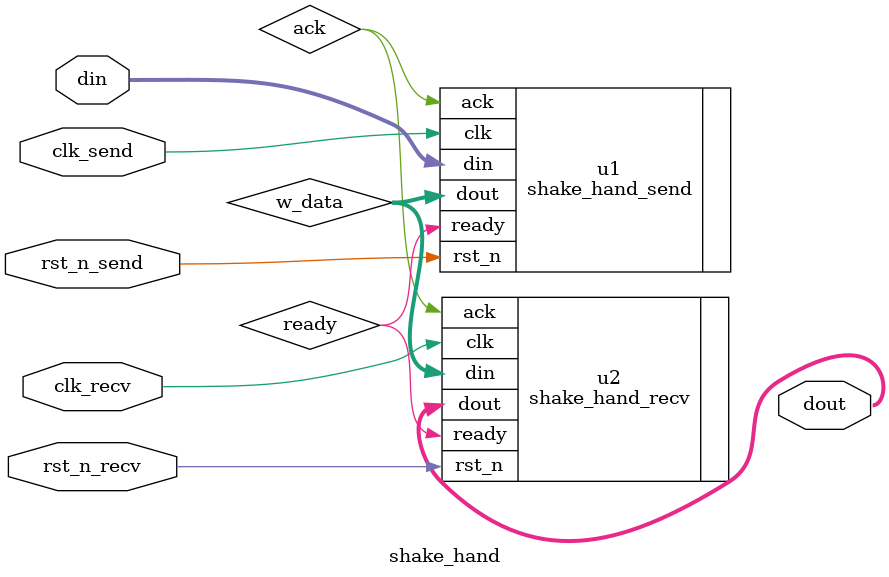
<source format=v>

module shake_hand(clk_send,clk_recv,rst_n_send,rst_n_recv,din,dout);
	input clk_send,clk_recv,rst_n_send,rst_n_recv;
	input [7:0] din;
	output[7:0] dout;

	wire [7:0] w_data;
	wire ready,ack;

	shake_hand_send u1(.din(din),.clk(clk_send),.rst_n(rst_n_send),.ack(ack),.dout(w_data),.ready(ready));

	shake_hand_recv u2(.din(w_data),.clk(clk_recv),.rst_n(rst_n_recv),.ready(ready),.dout(dout),.ack(ack));
endmodule

</source>
